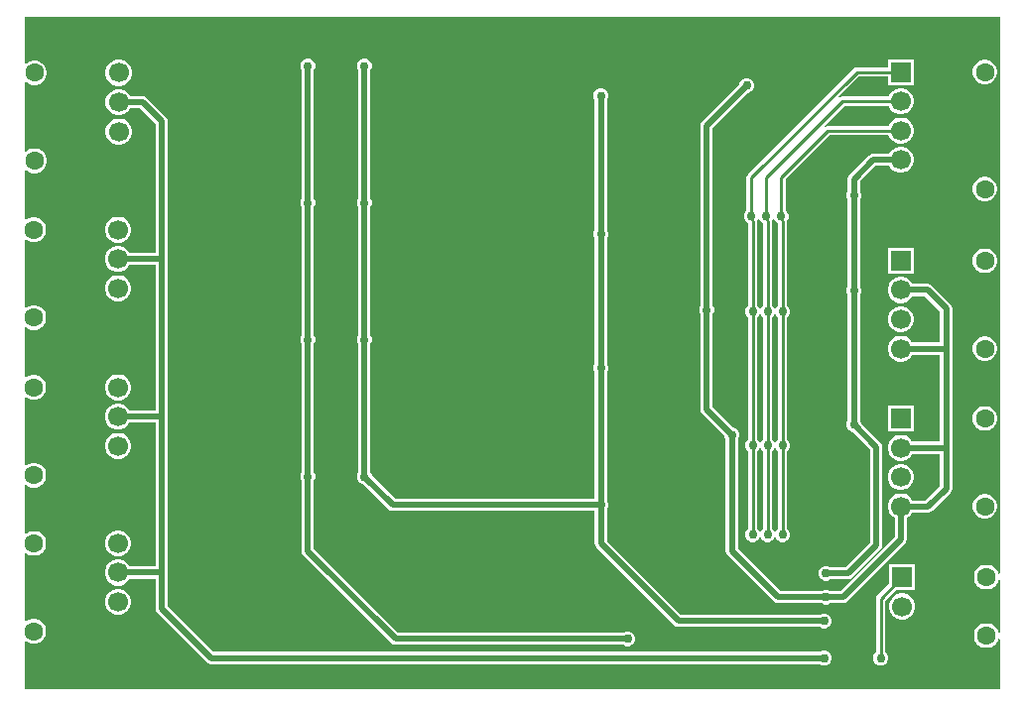
<source format=gbr>
%TF.GenerationSoftware,Altium Limited,Altium Designer,23.2.1 (34)*%
G04 Layer_Physical_Order=2*
G04 Layer_Color=16711680*
%FSLAX45Y45*%
%MOMM*%
%TF.SameCoordinates,D2495298-5ADA-4058-9D5E-391355C30085*%
%TF.FilePolarity,Positive*%
%TF.FileFunction,Copper,L2,Bot,Signal*%
%TF.Part,Single*%
G01*
G75*
%TA.AperFunction,Conductor*%
%ADD20C,0.25400*%
%ADD21C,0.50800*%
%TA.AperFunction,ComponentPad*%
%ADD22C,1.60000*%
%ADD23C,1.70000*%
%ADD24R,1.70000X1.70000*%
%TA.AperFunction,ViaPad*%
%ADD25C,0.76200*%
%ADD26C,1.27000*%
G36*
X11874500Y7832228D02*
X11861800Y7830557D01*
X11858417Y7843182D01*
X11844541Y7867216D01*
X11824917Y7886840D01*
X11800883Y7900716D01*
X11774076Y7907899D01*
X11746324D01*
X11719517Y7900716D01*
X11695483Y7886840D01*
X11675859Y7867216D01*
X11661983Y7843182D01*
X11654800Y7816375D01*
Y7788623D01*
X11661983Y7761816D01*
X11675859Y7737782D01*
X11695483Y7718158D01*
X11719517Y7704282D01*
X11746324Y7697099D01*
X11774076D01*
X11800883Y7704282D01*
X11824917Y7718158D01*
X11844541Y7737782D01*
X11858417Y7761816D01*
X11861800Y7774441D01*
X11874500Y7772770D01*
Y7332229D01*
X11861800Y7330558D01*
X11858417Y7343183D01*
X11844541Y7367217D01*
X11824917Y7386841D01*
X11800883Y7400717D01*
X11774076Y7407900D01*
X11746324D01*
X11719517Y7400717D01*
X11695483Y7386841D01*
X11675859Y7367217D01*
X11661983Y7343183D01*
X11654800Y7316376D01*
Y7288624D01*
X11661983Y7261817D01*
X11675859Y7237783D01*
X11695483Y7218159D01*
X11719517Y7204283D01*
X11746324Y7197100D01*
X11774076D01*
X11800883Y7204283D01*
X11824917Y7218159D01*
X11844541Y7237783D01*
X11858417Y7261817D01*
X11861800Y7274442D01*
X11874500Y7272771D01*
Y6845300D01*
X3556000D01*
Y7251503D01*
X3559433Y7252925D01*
X3568700Y7255556D01*
X3591517Y7242383D01*
X3618324Y7235200D01*
X3646076D01*
X3672883Y7242383D01*
X3696917Y7256259D01*
X3716541Y7275883D01*
X3730417Y7299917D01*
X3737600Y7326724D01*
Y7354476D01*
X3730417Y7381283D01*
X3716541Y7405317D01*
X3696917Y7424941D01*
X3672883Y7438817D01*
X3646076Y7446000D01*
X3618324D01*
X3591517Y7438817D01*
X3568700Y7425644D01*
X3559433Y7428275D01*
X3556000Y7429697D01*
Y8001501D01*
X3559433Y8002923D01*
X3568700Y8005555D01*
X3591517Y7992382D01*
X3618324Y7985199D01*
X3646076D01*
X3672883Y7992382D01*
X3696917Y8006258D01*
X3716541Y8025881D01*
X3730417Y8049916D01*
X3737600Y8076722D01*
Y8104475D01*
X3730417Y8131281D01*
X3716541Y8155316D01*
X3696917Y8174939D01*
X3672883Y8188815D01*
X3646076Y8195998D01*
X3618324D01*
X3591517Y8188815D01*
X3568700Y8175642D01*
X3559433Y8178274D01*
X3556000Y8179696D01*
Y8584304D01*
X3559433Y8585726D01*
X3568700Y8588358D01*
X3591517Y8575185D01*
X3618324Y8568002D01*
X3646076D01*
X3672883Y8575185D01*
X3696917Y8589061D01*
X3716541Y8608684D01*
X3730417Y8632719D01*
X3737600Y8659525D01*
Y8687278D01*
X3730417Y8714084D01*
X3716541Y8738119D01*
X3696917Y8757742D01*
X3672883Y8771618D01*
X3646076Y8778801D01*
X3618324D01*
X3591517Y8771618D01*
X3568700Y8758445D01*
X3559433Y8761077D01*
X3556000Y8762499D01*
Y9334303D01*
X3559433Y9335725D01*
X3568700Y9338356D01*
X3591517Y9325183D01*
X3618324Y9318000D01*
X3646076D01*
X3672883Y9325183D01*
X3696917Y9339059D01*
X3716541Y9358683D01*
X3730417Y9382717D01*
X3737600Y9409524D01*
Y9437276D01*
X3730417Y9464083D01*
X3716541Y9488117D01*
X3696917Y9507741D01*
X3672883Y9521617D01*
X3646076Y9528800D01*
X3618324D01*
X3591517Y9521617D01*
X3568700Y9508444D01*
X3559433Y9511075D01*
X3556000Y9512497D01*
Y9930504D01*
X3559433Y9931926D01*
X3568700Y9934558D01*
X3591517Y9921385D01*
X3618324Y9914202D01*
X3646076D01*
X3672883Y9921385D01*
X3696917Y9935261D01*
X3716541Y9954884D01*
X3730417Y9978919D01*
X3737600Y10005725D01*
Y10033478D01*
X3730417Y10060284D01*
X3716541Y10084319D01*
X3696917Y10103942D01*
X3672883Y10117818D01*
X3646076Y10125001D01*
X3618324D01*
X3591517Y10117818D01*
X3568700Y10104645D01*
X3559433Y10107277D01*
X3556000Y10108699D01*
Y10680503D01*
X3559433Y10681925D01*
X3568700Y10684556D01*
X3591517Y10671383D01*
X3618324Y10664200D01*
X3646076D01*
X3672883Y10671383D01*
X3696917Y10685259D01*
X3716541Y10704883D01*
X3730417Y10728917D01*
X3737600Y10755724D01*
Y10783476D01*
X3730417Y10810283D01*
X3716541Y10834317D01*
X3696917Y10853941D01*
X3672883Y10867817D01*
X3646076Y10875000D01*
X3618324D01*
X3591517Y10867817D01*
X3568700Y10854644D01*
X3559433Y10857275D01*
X3556000Y10858697D01*
Y11274248D01*
X3567733Y11279109D01*
X3573383Y11273459D01*
X3597417Y11259583D01*
X3624224Y11252400D01*
X3651976D01*
X3678783Y11259583D01*
X3702817Y11273459D01*
X3722441Y11293083D01*
X3736317Y11317117D01*
X3743500Y11343924D01*
Y11371676D01*
X3736317Y11398483D01*
X3722441Y11422517D01*
X3702817Y11442141D01*
X3678783Y11456017D01*
X3651976Y11463200D01*
X3624224D01*
X3597417Y11456017D01*
X3573383Y11442141D01*
X3567733Y11436491D01*
X3556000Y11441352D01*
Y12024247D01*
X3567733Y12029107D01*
X3573383Y12023458D01*
X3597417Y12009582D01*
X3624224Y12002399D01*
X3651976D01*
X3678783Y12009582D01*
X3702817Y12023458D01*
X3722441Y12043081D01*
X3736317Y12067116D01*
X3743500Y12093922D01*
Y12121675D01*
X3736317Y12148481D01*
X3722441Y12172516D01*
X3702817Y12192139D01*
X3678783Y12206015D01*
X3651976Y12213198D01*
X3624224D01*
X3597417Y12206015D01*
X3573383Y12192139D01*
X3567733Y12186490D01*
X3556000Y12191350D01*
Y12585700D01*
X11874500D01*
Y7832228D01*
D02*
G37*
%LPC*%
G36*
X11761376Y12221200D02*
X11733624D01*
X11706817Y12214017D01*
X11682783Y12200141D01*
X11663159Y12180517D01*
X11649283Y12156483D01*
X11642100Y12129676D01*
Y12101924D01*
X11649283Y12075117D01*
X11663159Y12051083D01*
X11682783Y12031459D01*
X11706817Y12017583D01*
X11733624Y12010400D01*
X11761376D01*
X11788183Y12017583D01*
X11812217Y12031459D01*
X11831841Y12051083D01*
X11845717Y12075117D01*
X11852900Y12101924D01*
Y12129676D01*
X11845717Y12156483D01*
X11831841Y12180517D01*
X11812217Y12200141D01*
X11788183Y12214017D01*
X11761376Y12221200D01*
D02*
G37*
G36*
X11139900Y12226200D02*
X10919100D01*
Y12154647D01*
X10655300D01*
X10640434Y12151689D01*
X10627831Y12143269D01*
X9726131Y11241569D01*
X9717711Y11228966D01*
X9714753Y11214100D01*
Y10934856D01*
X9699767Y10919870D01*
X9690100Y10896531D01*
Y10871269D01*
X9699767Y10847930D01*
X9717630Y10830067D01*
X9727453Y10825998D01*
Y10122056D01*
X9712467Y10107070D01*
X9702800Y10083731D01*
Y10058469D01*
X9712467Y10035130D01*
X9727453Y10020144D01*
Y8979056D01*
X9712467Y8964070D01*
X9702800Y8940731D01*
Y8915469D01*
X9712467Y8892130D01*
X9727453Y8877144D01*
Y8217056D01*
X9712467Y8202070D01*
X9702800Y8178731D01*
Y8153469D01*
X9712467Y8130130D01*
X9730330Y8112267D01*
X9753669Y8102600D01*
X9778931D01*
X9802270Y8112267D01*
X9820133Y8130130D01*
X9823450Y8138138D01*
X9836150D01*
X9839467Y8130130D01*
X9857330Y8112267D01*
X9880669Y8102600D01*
X9905931D01*
X9929270Y8112267D01*
X9947133Y8130130D01*
X9950450Y8138138D01*
X9963150D01*
X9966467Y8130130D01*
X9984330Y8112267D01*
X10007669Y8102600D01*
X10032931D01*
X10056270Y8112267D01*
X10074133Y8130130D01*
X10083800Y8153469D01*
Y8178731D01*
X10074133Y8202070D01*
X10059147Y8217056D01*
Y8877144D01*
X10074133Y8892130D01*
X10083800Y8915469D01*
Y8940731D01*
X10074133Y8964070D01*
X10059147Y8979056D01*
Y10020144D01*
X10074133Y10035130D01*
X10083800Y10058469D01*
Y10083731D01*
X10074133Y10107070D01*
X10059147Y10122056D01*
Y10843621D01*
X10058811Y10845308D01*
X10061433Y10847930D01*
X10071100Y10871269D01*
Y10896531D01*
X10061433Y10919870D01*
X10046447Y10934856D01*
Y11198009D01*
X10425391Y11576953D01*
X10925614D01*
X10926624Y11573187D01*
X10941158Y11548013D01*
X10961713Y11527458D01*
X10986887Y11512924D01*
X11014966Y11505400D01*
X11044034D01*
X11072113Y11512924D01*
X11097287Y11527458D01*
X11117842Y11548013D01*
X11132376Y11573187D01*
X11139900Y11601266D01*
Y11630334D01*
X11132376Y11658413D01*
X11117842Y11683587D01*
X11097287Y11704142D01*
X11072113Y11718676D01*
X11044034Y11726200D01*
X11014966D01*
X10986887Y11718676D01*
X10961713Y11704142D01*
X10941158Y11683587D01*
X10926624Y11658413D01*
X10925614Y11654646D01*
X10409300D01*
X10394434Y11651689D01*
X10384348Y11644950D01*
X10376252Y11654814D01*
X10548391Y11826953D01*
X10925614D01*
X10926624Y11823187D01*
X10941158Y11798013D01*
X10961713Y11777458D01*
X10986887Y11762924D01*
X11014966Y11755400D01*
X11044034D01*
X11072113Y11762924D01*
X11097287Y11777458D01*
X11117842Y11798013D01*
X11132376Y11823187D01*
X11139900Y11851266D01*
Y11880334D01*
X11132376Y11908413D01*
X11117842Y11933587D01*
X11097287Y11954142D01*
X11072113Y11968676D01*
X11044034Y11976200D01*
X11014966D01*
X10986887Y11968676D01*
X10961713Y11954142D01*
X10941158Y11933587D01*
X10926624Y11908413D01*
X10925614Y11904646D01*
X10532300D01*
X10517434Y11901689D01*
X10507348Y11894950D01*
X10499252Y11904814D01*
X10671391Y12076953D01*
X10919100D01*
Y12005400D01*
X11139900D01*
Y12226200D01*
D02*
G37*
G36*
X4370634Y12218200D02*
X4341566D01*
X4313487Y12210676D01*
X4288313Y12196142D01*
X4267758Y12175587D01*
X4253224Y12150413D01*
X4245700Y12122334D01*
Y12093266D01*
X4253224Y12065187D01*
X4267758Y12040013D01*
X4288313Y12019458D01*
X4313487Y12004924D01*
X4341566Y11997400D01*
X4370634D01*
X4398713Y12004924D01*
X4423887Y12019458D01*
X4444442Y12040013D01*
X4458976Y12065187D01*
X4466500Y12093266D01*
Y12122334D01*
X4458976Y12150413D01*
X4444442Y12175587D01*
X4423887Y12196142D01*
X4398713Y12210676D01*
X4370634Y12218200D01*
D02*
G37*
G36*
Y11718200D02*
X4341566D01*
X4313487Y11710676D01*
X4288313Y11696142D01*
X4267758Y11675587D01*
X4253224Y11650413D01*
X4245700Y11622334D01*
Y11593266D01*
X4253224Y11565187D01*
X4267758Y11540013D01*
X4288313Y11519458D01*
X4313487Y11504924D01*
X4341566Y11497400D01*
X4370634D01*
X4398713Y11504924D01*
X4423887Y11519458D01*
X4444442Y11540013D01*
X4458976Y11565187D01*
X4466500Y11593266D01*
Y11622334D01*
X4458976Y11650413D01*
X4444442Y11675587D01*
X4423887Y11696142D01*
X4398713Y11710676D01*
X4370634Y11718200D01*
D02*
G37*
G36*
X11044034Y11476200D02*
X11014966D01*
X10986887Y11468676D01*
X10961713Y11454142D01*
X10941158Y11433587D01*
X10931925Y11417595D01*
X10794300D01*
X10774479Y11413653D01*
X10757675Y11402425D01*
X10593275Y11238025D01*
X10582047Y11221221D01*
X10578105Y11201400D01*
Y11099708D01*
X10576067Y11097670D01*
X10566400Y11074331D01*
Y11049069D01*
X10576067Y11025730D01*
X10578105Y11023692D01*
Y10286908D01*
X10576067Y10284870D01*
X10566400Y10261531D01*
Y10236269D01*
X10576067Y10212930D01*
X10578105Y10210892D01*
Y9143908D01*
X10576067Y9141870D01*
X10566400Y9118531D01*
Y9093269D01*
X10576067Y9069930D01*
X10593930Y9052067D01*
X10617269Y9042400D01*
X10620150D01*
X10768605Y8893946D01*
Y8098654D01*
X10557646Y7887695D01*
X10426608D01*
X10424570Y7889733D01*
X10401231Y7899400D01*
X10375969D01*
X10352630Y7889733D01*
X10334767Y7871870D01*
X10325100Y7848531D01*
Y7823269D01*
X10334767Y7799930D01*
X10352630Y7782067D01*
X10375969Y7772400D01*
X10401231D01*
X10424570Y7782067D01*
X10426608Y7784105D01*
X10579100D01*
X10598921Y7788047D01*
X10615725Y7799275D01*
X10857025Y8040575D01*
X10868253Y8057379D01*
X10872195Y8077200D01*
Y8915400D01*
X10868253Y8935221D01*
X10857025Y8952025D01*
X10693400Y9115650D01*
Y9118531D01*
X10683733Y9141870D01*
X10681695Y9143908D01*
Y10210892D01*
X10683733Y10212930D01*
X10693400Y10236269D01*
Y10261531D01*
X10683733Y10284870D01*
X10681695Y10286908D01*
Y11023692D01*
X10683733Y11025730D01*
X10693400Y11049069D01*
Y11074331D01*
X10683733Y11097670D01*
X10681695Y11099708D01*
Y11179946D01*
X10815754Y11314005D01*
X10931925D01*
X10941158Y11298013D01*
X10961713Y11277458D01*
X10986887Y11262924D01*
X11014966Y11255400D01*
X11044034D01*
X11072113Y11262924D01*
X11097287Y11277458D01*
X11117842Y11298013D01*
X11132376Y11323187D01*
X11139900Y11351266D01*
Y11380334D01*
X11132376Y11408413D01*
X11117842Y11433587D01*
X11097287Y11454142D01*
X11072113Y11468676D01*
X11044034Y11476200D01*
D02*
G37*
G36*
X11761376Y11221202D02*
X11733624D01*
X11706817Y11214019D01*
X11682783Y11200143D01*
X11663159Y11180519D01*
X11649283Y11156485D01*
X11642100Y11129678D01*
Y11101926D01*
X11649283Y11075119D01*
X11663159Y11051085D01*
X11682783Y11031461D01*
X11706817Y11017585D01*
X11733624Y11010402D01*
X11761376D01*
X11788183Y11017585D01*
X11812217Y11031461D01*
X11831841Y11051085D01*
X11845717Y11075119D01*
X11852900Y11101926D01*
Y11129678D01*
X11845717Y11156485D01*
X11831841Y11180519D01*
X11812217Y11200143D01*
X11788183Y11214019D01*
X11761376Y11221202D01*
D02*
G37*
G36*
X4364734Y10880001D02*
X4335666D01*
X4307587Y10872478D01*
X4282413Y10857943D01*
X4261858Y10837389D01*
X4247324Y10812214D01*
X4239800Y10784136D01*
Y10755067D01*
X4247324Y10726989D01*
X4261858Y10701814D01*
X4282413Y10681260D01*
X4307587Y10666725D01*
X4335666Y10659202D01*
X4364734D01*
X4392813Y10666725D01*
X4417987Y10681260D01*
X4438542Y10701814D01*
X4453076Y10726989D01*
X4460600Y10755067D01*
Y10784136D01*
X4453076Y10812214D01*
X4438542Y10837389D01*
X4417987Y10857943D01*
X4392813Y10872478D01*
X4364734Y10880001D01*
D02*
G37*
G36*
X4370634Y11968200D02*
X4341566D01*
X4313487Y11960676D01*
X4288313Y11946142D01*
X4267758Y11925587D01*
X4253224Y11900413D01*
X4245700Y11872334D01*
Y11843266D01*
X4253224Y11815187D01*
X4267758Y11790013D01*
X4288313Y11769458D01*
X4313487Y11754924D01*
X4341566Y11747400D01*
X4370634D01*
X4398713Y11754924D01*
X4423887Y11769458D01*
X4444442Y11790013D01*
X4453675Y11806005D01*
X4541846D01*
X4672605Y11675246D01*
Y10571397D01*
X4447775D01*
X4438542Y10587389D01*
X4417987Y10607943D01*
X4392813Y10622478D01*
X4364734Y10630001D01*
X4335666D01*
X4307587Y10622478D01*
X4282413Y10607943D01*
X4261858Y10587389D01*
X4247324Y10562214D01*
X4239800Y10534136D01*
Y10505067D01*
X4247324Y10476989D01*
X4261858Y10451814D01*
X4282413Y10431260D01*
X4307587Y10416725D01*
X4335666Y10409202D01*
X4364734D01*
X4392813Y10416725D01*
X4417987Y10431260D01*
X4438542Y10451814D01*
X4447775Y10467806D01*
X4672605D01*
Y9225197D01*
X4447775D01*
X4438542Y9241189D01*
X4417987Y9261743D01*
X4392813Y9276278D01*
X4364734Y9283801D01*
X4335666D01*
X4307587Y9276278D01*
X4282413Y9261743D01*
X4261858Y9241189D01*
X4247324Y9216014D01*
X4239800Y9187936D01*
Y9158867D01*
X4247324Y9130789D01*
X4261858Y9105614D01*
X4282413Y9085060D01*
X4307587Y9070525D01*
X4335666Y9063002D01*
X4364734D01*
X4392813Y9070525D01*
X4417987Y9085060D01*
X4438542Y9105614D01*
X4447775Y9121606D01*
X4672605D01*
Y7892395D01*
X4447775D01*
X4438542Y7908387D01*
X4417987Y7928942D01*
X4392813Y7943476D01*
X4364734Y7951000D01*
X4335666D01*
X4307587Y7943476D01*
X4282413Y7928942D01*
X4261858Y7908387D01*
X4247324Y7883213D01*
X4239800Y7855134D01*
Y7826066D01*
X4247324Y7797987D01*
X4261858Y7772813D01*
X4282413Y7752258D01*
X4307587Y7737724D01*
X4335666Y7730200D01*
X4364734D01*
X4392813Y7737724D01*
X4417987Y7752258D01*
X4438542Y7772813D01*
X4447775Y7788805D01*
X4672605D01*
Y7531100D01*
X4676547Y7511279D01*
X4687775Y7494475D01*
X5106875Y7075375D01*
X5123679Y7064147D01*
X5143500Y7060205D01*
X10337892D01*
X10339930Y7058167D01*
X10363269Y7048500D01*
X10388531D01*
X10411870Y7058167D01*
X10429733Y7076030D01*
X10439400Y7099369D01*
Y7124631D01*
X10429733Y7147970D01*
X10411870Y7165833D01*
X10388531Y7175500D01*
X10363269D01*
X10339930Y7165833D01*
X10337892Y7163795D01*
X5164954D01*
X4776195Y7552554D01*
Y7835899D01*
X4776195Y7835900D01*
X4776195Y7835901D01*
Y9169399D01*
X4776195Y9169400D01*
X4776195Y9169401D01*
Y10515599D01*
X4776195Y10515600D01*
X4776195Y10515601D01*
Y11696700D01*
X4772253Y11716521D01*
X4761025Y11733325D01*
X4599925Y11894425D01*
X4583121Y11905653D01*
X4563300Y11909595D01*
X4453675D01*
X4444442Y11925587D01*
X4423887Y11946142D01*
X4398713Y11960676D01*
X4370634Y11968200D01*
D02*
G37*
G36*
X11761376Y10608998D02*
X11733624D01*
X11706817Y10601815D01*
X11682783Y10587939D01*
X11663159Y10568316D01*
X11649283Y10544281D01*
X11642100Y10517475D01*
Y10489722D01*
X11649283Y10462916D01*
X11663159Y10438881D01*
X11682783Y10419258D01*
X11706817Y10405382D01*
X11733624Y10398199D01*
X11761376D01*
X11788183Y10405382D01*
X11812217Y10419258D01*
X11831841Y10438881D01*
X11845717Y10462916D01*
X11852900Y10489722D01*
Y10517475D01*
X11845717Y10544281D01*
X11831841Y10568316D01*
X11812217Y10587939D01*
X11788183Y10601815D01*
X11761376Y10608998D01*
D02*
G37*
G36*
X11139900Y10613998D02*
X10919100D01*
Y10393199D01*
X11139900D01*
Y10613998D01*
D02*
G37*
G36*
X4364734Y10380001D02*
X4335666D01*
X4307587Y10372478D01*
X4282413Y10357943D01*
X4261858Y10337389D01*
X4247324Y10312214D01*
X4239800Y10284136D01*
Y10255067D01*
X4247324Y10226989D01*
X4261858Y10201814D01*
X4282413Y10181260D01*
X4307587Y10166725D01*
X4335666Y10159202D01*
X4364734D01*
X4392813Y10166725D01*
X4417987Y10181260D01*
X4438542Y10201814D01*
X4453076Y10226989D01*
X4460600Y10255067D01*
Y10284136D01*
X4453076Y10312214D01*
X4438542Y10337389D01*
X4417987Y10357943D01*
X4392813Y10372478D01*
X4364734Y10380001D01*
D02*
G37*
G36*
X11044034Y10113998D02*
X11014966D01*
X10986887Y10106475D01*
X10961713Y10091940D01*
X10941158Y10071386D01*
X10926624Y10046211D01*
X10919100Y10018133D01*
Y9989064D01*
X10926624Y9960986D01*
X10941158Y9935811D01*
X10961713Y9915257D01*
X10986887Y9900722D01*
X11014966Y9893199D01*
X11044034D01*
X11072113Y9900722D01*
X11097287Y9915257D01*
X11117842Y9935811D01*
X11132376Y9960986D01*
X11139900Y9989064D01*
Y10018133D01*
X11132376Y10046211D01*
X11117842Y10071386D01*
X11097287Y10091940D01*
X11072113Y10106475D01*
X11044034Y10113998D01*
D02*
G37*
G36*
X11761376Y9859000D02*
X11733624D01*
X11706817Y9851817D01*
X11682783Y9837941D01*
X11663159Y9818317D01*
X11649283Y9794283D01*
X11642100Y9767476D01*
Y9739724D01*
X11649283Y9712917D01*
X11663159Y9688883D01*
X11682783Y9669259D01*
X11706817Y9655383D01*
X11733624Y9648200D01*
X11761376D01*
X11788183Y9655383D01*
X11812217Y9669259D01*
X11831841Y9688883D01*
X11845717Y9712917D01*
X11852900Y9739724D01*
Y9767476D01*
X11845717Y9794283D01*
X11831841Y9818317D01*
X11812217Y9837941D01*
X11788183Y9851817D01*
X11761376Y9859000D01*
D02*
G37*
G36*
X4364734Y9533801D02*
X4335666D01*
X4307587Y9526278D01*
X4282413Y9511743D01*
X4261858Y9491189D01*
X4247324Y9466014D01*
X4239800Y9437936D01*
Y9408867D01*
X4247324Y9380789D01*
X4261858Y9355614D01*
X4282413Y9335060D01*
X4307587Y9320525D01*
X4335666Y9313002D01*
X4364734D01*
X4392813Y9320525D01*
X4417987Y9335060D01*
X4438542Y9355614D01*
X4453076Y9380789D01*
X4460600Y9408867D01*
Y9437936D01*
X4453076Y9466014D01*
X4438542Y9491189D01*
X4417987Y9511743D01*
X4392813Y9526278D01*
X4364734Y9533801D01*
D02*
G37*
G36*
X11761376Y9262100D02*
X11733624D01*
X11706817Y9254917D01*
X11682783Y9241041D01*
X11663159Y9221417D01*
X11649283Y9197383D01*
X11642100Y9170576D01*
Y9142824D01*
X11649283Y9116017D01*
X11663159Y9091983D01*
X11682783Y9072359D01*
X11706817Y9058483D01*
X11733624Y9051300D01*
X11761376D01*
X11788183Y9058483D01*
X11812217Y9072359D01*
X11831841Y9091983D01*
X11845717Y9116017D01*
X11852900Y9142824D01*
Y9170576D01*
X11845717Y9197383D01*
X11831841Y9221417D01*
X11812217Y9241041D01*
X11788183Y9254917D01*
X11761376Y9262100D01*
D02*
G37*
G36*
X11139900Y9267100D02*
X10919100D01*
Y9046300D01*
X11139900D01*
Y9267100D01*
D02*
G37*
G36*
X4364734Y9033801D02*
X4335666D01*
X4307587Y9026278D01*
X4282413Y9011743D01*
X4261858Y8991189D01*
X4247324Y8966014D01*
X4239800Y8937936D01*
Y8908867D01*
X4247324Y8880789D01*
X4261858Y8855614D01*
X4282413Y8835060D01*
X4307587Y8820525D01*
X4335666Y8813002D01*
X4364734D01*
X4392813Y8820525D01*
X4417987Y8835060D01*
X4438542Y8855614D01*
X4453076Y8880789D01*
X4460600Y8908867D01*
Y8937936D01*
X4453076Y8966014D01*
X4438542Y8991189D01*
X4417987Y9011743D01*
X4392813Y9026278D01*
X4364734Y9033801D01*
D02*
G37*
G36*
X11044034Y8767100D02*
X11014966D01*
X10986887Y8759576D01*
X10961713Y8745042D01*
X10941158Y8724487D01*
X10926624Y8699313D01*
X10919100Y8671234D01*
Y8642166D01*
X10926624Y8614087D01*
X10941158Y8588913D01*
X10961713Y8568358D01*
X10986887Y8553824D01*
X11014966Y8546300D01*
X11044034D01*
X11072113Y8553824D01*
X11097287Y8568358D01*
X11117842Y8588913D01*
X11132376Y8614087D01*
X11139900Y8642166D01*
Y8671234D01*
X11132376Y8699313D01*
X11117842Y8724487D01*
X11097287Y8745042D01*
X11072113Y8759576D01*
X11044034Y8767100D01*
D02*
G37*
G36*
X11761376Y8512101D02*
X11733624D01*
X11706817Y8504918D01*
X11682783Y8491042D01*
X11663159Y8471419D01*
X11649283Y8447384D01*
X11642100Y8420578D01*
Y8392825D01*
X11649283Y8366019D01*
X11663159Y8341984D01*
X11682783Y8322361D01*
X11706817Y8308485D01*
X11733624Y8301302D01*
X11761376D01*
X11788183Y8308485D01*
X11812217Y8322361D01*
X11831841Y8341984D01*
X11845717Y8366019D01*
X11852900Y8392825D01*
Y8420578D01*
X11845717Y8447384D01*
X11831841Y8471419D01*
X11812217Y8491042D01*
X11788183Y8504918D01*
X11761376Y8512101D01*
D02*
G37*
G36*
X4364734Y8201000D02*
X4335666D01*
X4307587Y8193476D01*
X4282413Y8178942D01*
X4261858Y8158387D01*
X4247324Y8133213D01*
X4239800Y8105134D01*
Y8076066D01*
X4247324Y8047987D01*
X4261858Y8022813D01*
X4282413Y8002258D01*
X4307587Y7987724D01*
X4335666Y7980200D01*
X4364734D01*
X4392813Y7987724D01*
X4417987Y8002258D01*
X4438542Y8022813D01*
X4453076Y8047987D01*
X4460600Y8076066D01*
Y8105134D01*
X4453076Y8133213D01*
X4438542Y8158387D01*
X4417987Y8178942D01*
X4392813Y8193476D01*
X4364734Y8201000D01*
D02*
G37*
G36*
X9728131Y12065000D02*
X9702869D01*
X9679530Y12055333D01*
X9661667Y12037470D01*
X9652000Y12014131D01*
Y12011250D01*
X9335975Y11695225D01*
X9324747Y11678421D01*
X9320805Y11658600D01*
Y10121808D01*
X9318767Y10119770D01*
X9309100Y10096431D01*
Y10071169D01*
X9318767Y10047830D01*
X9320805Y10045792D01*
Y9232900D01*
X9324747Y9213079D01*
X9335975Y9196275D01*
X9525000Y9007251D01*
Y9004369D01*
X9534667Y8981030D01*
X9536705Y8978992D01*
Y8026400D01*
X9540647Y8006579D01*
X9551875Y7989775D01*
X9945575Y7596075D01*
X9962379Y7584847D01*
X9982200Y7580905D01*
X10350592D01*
X10352630Y7578867D01*
X10375969Y7569200D01*
X10401231D01*
X10424570Y7578867D01*
X10426608Y7580905D01*
X10541000D01*
X10560821Y7584847D01*
X10577625Y7596075D01*
X11066125Y8084575D01*
X11077352Y8101379D01*
X11081295Y8121200D01*
Y8309125D01*
X11097287Y8318358D01*
X11117842Y8338913D01*
X11127075Y8354905D01*
X11264200D01*
X11284021Y8358847D01*
X11300825Y8370075D01*
X11453925Y8523175D01*
X11465153Y8539979D01*
X11469095Y8559800D01*
Y8902700D01*
Y9753600D01*
Y10096500D01*
X11465153Y10116321D01*
X11453925Y10133125D01*
X11296826Y10290223D01*
X11280023Y10301451D01*
X11260202Y10305394D01*
X11127075D01*
X11117842Y10321386D01*
X11097287Y10341940D01*
X11072113Y10356475D01*
X11044034Y10363998D01*
X11014966D01*
X10986887Y10356475D01*
X10961713Y10341940D01*
X10941158Y10321386D01*
X10926624Y10296211D01*
X10919100Y10268133D01*
Y10239064D01*
X10926624Y10210986D01*
X10941158Y10185811D01*
X10961713Y10165257D01*
X10986887Y10150722D01*
X11014966Y10143199D01*
X11044034D01*
X11072113Y10150722D01*
X11097287Y10165257D01*
X11117842Y10185811D01*
X11127075Y10201803D01*
X11238747D01*
X11365505Y10075046D01*
Y9805394D01*
X11127075D01*
X11117842Y9821386D01*
X11097287Y9841940D01*
X11072113Y9856475D01*
X11044034Y9863998D01*
X11014966D01*
X10986887Y9856475D01*
X10961713Y9841940D01*
X10941158Y9821386D01*
X10926624Y9796211D01*
X10919100Y9768133D01*
Y9739064D01*
X10926624Y9710986D01*
X10941158Y9685811D01*
X10961713Y9665257D01*
X10986887Y9650722D01*
X11014966Y9643199D01*
X11044034D01*
X11072113Y9650722D01*
X11097287Y9665257D01*
X11117842Y9685811D01*
X11127075Y9701803D01*
X11365505D01*
Y8958495D01*
X11127075D01*
X11117842Y8974487D01*
X11097287Y8995042D01*
X11072113Y9009576D01*
X11044034Y9017100D01*
X11014966D01*
X10986887Y9009576D01*
X10961713Y8995042D01*
X10941158Y8974487D01*
X10926624Y8949313D01*
X10919100Y8921234D01*
Y8892166D01*
X10926624Y8864087D01*
X10941158Y8838913D01*
X10961713Y8818358D01*
X10986887Y8803824D01*
X11014966Y8796300D01*
X11044034D01*
X11072113Y8803824D01*
X11097287Y8818358D01*
X11117842Y8838913D01*
X11127075Y8854905D01*
X11365505D01*
Y8581254D01*
X11242746Y8458495D01*
X11127075D01*
X11117842Y8474487D01*
X11097287Y8495042D01*
X11072113Y8509576D01*
X11044034Y8517100D01*
X11014966D01*
X10986887Y8509576D01*
X10961713Y8495042D01*
X10941158Y8474487D01*
X10926624Y8449313D01*
X10919100Y8421234D01*
Y8392166D01*
X10926624Y8364087D01*
X10941158Y8338913D01*
X10961713Y8318358D01*
X10977705Y8309125D01*
Y8142654D01*
X10519546Y7684495D01*
X10426608D01*
X10424570Y7686533D01*
X10401231Y7696200D01*
X10375969D01*
X10352630Y7686533D01*
X10350592Y7684495D01*
X10003654D01*
X9640295Y8047854D01*
Y8978992D01*
X9642333Y8981030D01*
X9652000Y9004369D01*
Y9029631D01*
X9642333Y9052970D01*
X9624470Y9070833D01*
X9601131Y9080500D01*
X9598249D01*
X9424395Y9254354D01*
Y10045792D01*
X9426433Y10047830D01*
X9436100Y10071169D01*
Y10096431D01*
X9426433Y10119770D01*
X9424395Y10121808D01*
Y11637146D01*
X9725250Y11938000D01*
X9728131D01*
X9751470Y11947667D01*
X9769333Y11965530D01*
X9779000Y11988869D01*
Y12014131D01*
X9769333Y12037470D01*
X9751470Y12055333D01*
X9728131Y12065000D01*
D02*
G37*
G36*
X4364734Y7701000D02*
X4335666D01*
X4307587Y7693476D01*
X4282413Y7678942D01*
X4261858Y7658387D01*
X4247324Y7633213D01*
X4239800Y7605134D01*
Y7576066D01*
X4247324Y7547987D01*
X4261858Y7522813D01*
X4282413Y7502258D01*
X4307587Y7487724D01*
X4335666Y7480200D01*
X4364734D01*
X4392813Y7487724D01*
X4417987Y7502258D01*
X4438542Y7522813D01*
X4453076Y7547987D01*
X4460600Y7576066D01*
Y7605134D01*
X4453076Y7633213D01*
X4438542Y7658387D01*
X4417987Y7678942D01*
X4392813Y7693476D01*
X4364734Y7701000D01*
D02*
G37*
G36*
X11056734Y7662899D02*
X11027666D01*
X10999587Y7655375D01*
X10974413Y7640841D01*
X10953858Y7620286D01*
X10939324Y7595112D01*
X10931800Y7567033D01*
Y7537965D01*
X10939324Y7509886D01*
X10953858Y7484712D01*
X10974413Y7464157D01*
X10999587Y7449623D01*
X11027666Y7442099D01*
X11056734D01*
X11084813Y7449623D01*
X11109987Y7464157D01*
X11130542Y7484712D01*
X11145076Y7509886D01*
X11152600Y7537965D01*
Y7567033D01*
X11145076Y7595112D01*
X11130542Y7620286D01*
X11109987Y7640841D01*
X11084813Y7655375D01*
X11056734Y7662899D01*
D02*
G37*
G36*
X6464231Y12230100D02*
X6438969D01*
X6415630Y12220433D01*
X6397767Y12202570D01*
X6388100Y12179231D01*
Y12153969D01*
X6397767Y12130630D01*
X6399805Y12128592D01*
Y11036208D01*
X6397767Y11034170D01*
X6388100Y11010831D01*
Y10985569D01*
X6397767Y10962230D01*
X6399805Y10960192D01*
Y9867808D01*
X6397767Y9865770D01*
X6388100Y9842431D01*
Y9817169D01*
X6397767Y9793830D01*
X6399805Y9791792D01*
Y8699408D01*
X6397767Y8697370D01*
X6388100Y8674031D01*
Y8648769D01*
X6397767Y8625430D01*
X6415630Y8607567D01*
X6438969Y8597900D01*
X6441850D01*
X6656275Y8383475D01*
X6673079Y8372247D01*
X6692900Y8368305D01*
X8419105D01*
Y8089900D01*
X8423047Y8070079D01*
X8434275Y8053275D01*
X9094675Y7392875D01*
X9111479Y7381647D01*
X9131300Y7377705D01*
X10337892D01*
X10339930Y7375667D01*
X10363269Y7366000D01*
X10388531D01*
X10411870Y7375667D01*
X10429733Y7393530D01*
X10439400Y7416869D01*
Y7442131D01*
X10429733Y7465470D01*
X10411870Y7483333D01*
X10388531Y7493000D01*
X10363269D01*
X10339930Y7483333D01*
X10337892Y7481295D01*
X9152754D01*
X8522695Y8111354D01*
Y8382092D01*
X8524733Y8384130D01*
X8534400Y8407469D01*
Y8432731D01*
X8524733Y8456070D01*
X8522695Y8458108D01*
Y9550492D01*
X8524733Y9552530D01*
X8534400Y9575869D01*
Y9601131D01*
X8524733Y9624470D01*
X8522695Y9626508D01*
Y10693492D01*
X8524733Y10695530D01*
X8534400Y10718869D01*
Y10744131D01*
X8524733Y10767470D01*
X8522695Y10769508D01*
Y11874592D01*
X8524733Y11876630D01*
X8534400Y11899969D01*
Y11925231D01*
X8524733Y11948570D01*
X8506870Y11966433D01*
X8483531Y11976100D01*
X8458269D01*
X8434930Y11966433D01*
X8417067Y11948570D01*
X8407400Y11925231D01*
Y11899969D01*
X8417067Y11876630D01*
X8419105Y11874592D01*
Y10769508D01*
X8417067Y10767470D01*
X8407400Y10744131D01*
Y10718869D01*
X8417067Y10695530D01*
X8419105Y10693492D01*
Y9626508D01*
X8417067Y9624470D01*
X8407400Y9601131D01*
Y9575869D01*
X8417067Y9552530D01*
X8419105Y9550492D01*
Y8471895D01*
X6714354D01*
X6515100Y8671150D01*
Y8674031D01*
X6505433Y8697370D01*
X6503395Y8699408D01*
Y9791792D01*
X6505433Y9793830D01*
X6515100Y9817169D01*
Y9842431D01*
X6505433Y9865770D01*
X6503395Y9867808D01*
Y10960192D01*
X6505433Y10962230D01*
X6515100Y10985569D01*
Y11010831D01*
X6505433Y11034170D01*
X6503395Y11036208D01*
Y12128592D01*
X6505433Y12130630D01*
X6515100Y12153969D01*
Y12179231D01*
X6505433Y12202570D01*
X6487570Y12220433D01*
X6464231Y12230100D01*
D02*
G37*
G36*
X5981631D02*
X5956369D01*
X5933030Y12220433D01*
X5915167Y12202570D01*
X5905500Y12179231D01*
Y12153969D01*
X5915167Y12130630D01*
X5917205Y12128592D01*
Y11036208D01*
X5915167Y11034170D01*
X5905500Y11010831D01*
Y10985569D01*
X5915167Y10962230D01*
X5917205Y10960192D01*
Y9867808D01*
X5915167Y9865770D01*
X5905500Y9842431D01*
Y9817169D01*
X5915167Y9793830D01*
X5917205Y9791792D01*
Y8699408D01*
X5915167Y8697370D01*
X5905500Y8674031D01*
Y8648769D01*
X5915167Y8625430D01*
X5917205Y8623392D01*
Y8026400D01*
X5921147Y8006579D01*
X5932375Y7989775D01*
X6681675Y7240475D01*
X6698479Y7229247D01*
X6718300Y7225305D01*
X8661492D01*
X8663530Y7223267D01*
X8686869Y7213600D01*
X8712131D01*
X8735470Y7223267D01*
X8753333Y7241130D01*
X8763000Y7264469D01*
Y7289731D01*
X8753333Y7313070D01*
X8735470Y7330933D01*
X8712131Y7340600D01*
X8686869D01*
X8663530Y7330933D01*
X8661492Y7328895D01*
X6739754D01*
X6020795Y8047854D01*
Y8623392D01*
X6022833Y8625430D01*
X6032500Y8648769D01*
Y8674031D01*
X6022833Y8697370D01*
X6020795Y8699408D01*
Y9791792D01*
X6022833Y9793830D01*
X6032500Y9817169D01*
Y9842431D01*
X6022833Y9865770D01*
X6020795Y9867808D01*
Y10960192D01*
X6022833Y10962230D01*
X6032500Y10985569D01*
Y11010831D01*
X6022833Y11034170D01*
X6020795Y11036208D01*
Y12128592D01*
X6022833Y12130630D01*
X6032500Y12153969D01*
Y12179231D01*
X6022833Y12202570D01*
X6004970Y12220433D01*
X5981631Y12230100D01*
D02*
G37*
G36*
X11152600Y7912899D02*
X10931800D01*
Y7747036D01*
X10831031Y7646268D01*
X10822611Y7633665D01*
X10819653Y7618799D01*
Y7162956D01*
X10804667Y7147970D01*
X10795000Y7124631D01*
Y7099369D01*
X10804667Y7076030D01*
X10822530Y7058167D01*
X10845869Y7048500D01*
X10871131D01*
X10894470Y7058167D01*
X10912333Y7076030D01*
X10922000Y7099369D01*
Y7124631D01*
X10912333Y7147970D01*
X10897347Y7162956D01*
Y7602708D01*
X10986737Y7692099D01*
X11152600D01*
Y7912899D01*
D02*
G37*
%LPD*%
G36*
X9953767Y10847930D02*
X9971630Y10830067D01*
X9981453Y10825998D01*
Y10122056D01*
X9966467Y10107070D01*
X9963150Y10099062D01*
X9950450D01*
X9947133Y10107070D01*
X9932147Y10122056D01*
Y10843621D01*
X9931811Y10845308D01*
X9934433Y10847930D01*
X9937750Y10855938D01*
X9950450D01*
X9953767Y10847930D01*
D02*
G37*
G36*
X9826767D02*
X9844630Y10830067D01*
X9854453Y10825998D01*
Y10122056D01*
X9839467Y10107070D01*
X9836150Y10099062D01*
X9823450D01*
X9820133Y10107070D01*
X9805147Y10122056D01*
Y10843621D01*
X9804811Y10845308D01*
X9807433Y10847930D01*
X9810750Y10855938D01*
X9823450D01*
X9826767Y10847930D01*
D02*
G37*
G36*
X9966467Y10035130D02*
X9981453Y10020144D01*
Y8979056D01*
X9966467Y8964070D01*
X9963150Y8956062D01*
X9950450D01*
X9947133Y8964070D01*
X9932147Y8979056D01*
Y10020144D01*
X9947133Y10035130D01*
X9950450Y10043138D01*
X9963150D01*
X9966467Y10035130D01*
D02*
G37*
G36*
X9839467D02*
X9854453Y10020144D01*
Y8979056D01*
X9839467Y8964070D01*
X9836150Y8956062D01*
X9823450D01*
X9820133Y8964070D01*
X9805147Y8979056D01*
Y10020144D01*
X9820133Y10035130D01*
X9823450Y10043138D01*
X9836150D01*
X9839467Y10035130D01*
D02*
G37*
G36*
X9966467Y8892130D02*
X9981453Y8877144D01*
Y8217056D01*
X9966467Y8202070D01*
X9963150Y8194062D01*
X9950450D01*
X9947133Y8202070D01*
X9932147Y8217056D01*
Y8877144D01*
X9947133Y8892130D01*
X9950450Y8900138D01*
X9963150D01*
X9966467Y8892130D01*
D02*
G37*
G36*
X9839467D02*
X9854453Y8877144D01*
Y8217056D01*
X9839467Y8202070D01*
X9836150Y8194062D01*
X9823450D01*
X9820133Y8202070D01*
X9805147Y8217056D01*
Y8877144D01*
X9820133Y8892130D01*
X9823450Y8900138D01*
X9836150D01*
X9839467Y8892130D01*
D02*
G37*
D20*
X10409300Y11615800D02*
X11029500D01*
X10007600Y11214100D02*
X10409300Y11615800D01*
X10007600Y10883900D02*
Y11214100D01*
X10532300Y11865800D02*
X11029500D01*
X9880600Y11214100D02*
X10532300Y11865800D01*
X9880600Y10883900D02*
Y11214100D01*
X10858500Y7112000D02*
Y7618799D01*
X11042200Y7802499D01*
X10020300Y8928100D02*
Y10071100D01*
X10007600Y10883900D02*
X10017320Y10874180D01*
Y10846601D02*
X10020300Y10843621D01*
Y10071100D02*
Y10843621D01*
X10017320Y10846601D02*
Y10874180D01*
X9753600Y11214100D02*
X10655300Y12115800D01*
X11029500D01*
X9753600Y10883900D02*
Y11214100D01*
X9890320Y10846601D02*
X9893300Y10843621D01*
X9890320Y10846601D02*
Y10874180D01*
X9880600Y10883900D02*
X9890320Y10874180D01*
X9893300Y8928100D02*
Y10843621D01*
X9766300Y8928100D02*
Y10843621D01*
X9763320Y10846601D02*
Y10874180D01*
X9753600Y10883900D02*
X9763320Y10874180D01*
Y10846601D02*
X9766300Y10843621D01*
X10020300Y8166100D02*
Y8928100D01*
X9893300Y8166100D02*
Y8928100D01*
X9766300Y8166100D02*
Y8928100D01*
D21*
X10541000Y7632700D02*
X11029500Y8121200D01*
X10388600Y7632700D02*
X10541000D01*
X11029500Y8121200D02*
Y8406700D01*
X5969000Y8661400D02*
Y9829800D01*
X6451600D02*
Y10998200D01*
X4724400Y9169400D02*
Y10515600D01*
X6451600Y8661400D02*
Y9829800D01*
Y10998200D02*
Y12166600D01*
X11417300Y8902700D02*
Y9753600D01*
Y8559800D02*
Y8902700D01*
X11029500Y8906700D02*
X11413300D01*
X11417300Y8902700D01*
Y9753600D02*
Y10096500D01*
X11029500Y9753598D02*
X11417298D01*
X11417300Y9753600D01*
X11029500Y10253598D02*
X11260202D01*
X11417300Y10096500D01*
X11264200Y8406700D02*
X11417300Y8559800D01*
X11029500Y8406700D02*
X11264200D01*
X10629900Y10248900D02*
Y11061700D01*
Y11201400D02*
X10794300Y11365800D01*
X11029500D01*
X10629900Y11061700D02*
Y11201400D01*
X9982200Y7632700D02*
X10388600D01*
X10820400Y8077200D02*
Y8915400D01*
X10388600Y7835900D02*
X10579100D01*
X10820400Y8077200D01*
X4724400Y10515600D02*
Y11696700D01*
X4350200Y10519602D02*
X4720398D01*
X4724400Y10515600D01*
Y7835900D02*
Y9169400D01*
X4350200Y9173402D02*
X4720398D01*
X4724400Y9169400D01*
Y7531100D02*
Y7835900D01*
X4350200Y7840600D02*
X4719700D01*
X4724400Y7835900D01*
Y7531100D02*
X5143500Y7112000D01*
X10375900D01*
X4356100Y11857800D02*
X4563300D01*
X4724400Y11696700D01*
X8470900Y8089900D02*
Y8420100D01*
X6692900D02*
X8470900D01*
X6451600Y8661400D02*
X6692900Y8420100D01*
X9372600Y9232900D02*
X9588500Y9017000D01*
X5969000Y8026400D02*
Y8661400D01*
X6718300Y7277100D02*
X8699500D01*
X5969000Y8026400D02*
X6718300Y7277100D01*
X9588500Y8026400D02*
X9982200Y7632700D01*
X9588500Y8026400D02*
Y9017000D01*
X9372600Y9232900D02*
Y11658600D01*
X9715500Y12001500D01*
X5969000Y9829800D02*
Y10998200D01*
Y12166600D01*
X10629900Y9105900D02*
X10820400Y8915400D01*
X10629900Y9105900D02*
Y10248900D01*
X8470900Y10731500D02*
Y11912600D01*
Y9588500D02*
Y10731500D01*
Y8420100D02*
Y9588500D01*
Y8089900D02*
X9131300Y7429500D01*
X10375900D01*
D22*
X11747500Y11115802D02*
D03*
Y12115800D02*
D03*
X3632200Y10019601D02*
D03*
Y10769600D02*
D03*
Y7340600D02*
D03*
Y8090599D02*
D03*
Y9423400D02*
D03*
Y8673401D02*
D03*
X11747500Y9753600D02*
D03*
Y10503598D02*
D03*
X3638100Y12107798D02*
D03*
Y11357800D02*
D03*
X11747500Y8406701D02*
D03*
Y9156700D02*
D03*
X11760200Y7302500D02*
D03*
Y7802499D02*
D03*
D23*
X11029500Y11115800D02*
D03*
Y11365800D02*
D03*
Y11615800D02*
D03*
Y11865800D02*
D03*
X4350200Y10269602D02*
D03*
Y10519602D02*
D03*
Y10769602D02*
D03*
Y7590600D02*
D03*
Y7840600D02*
D03*
Y8090600D02*
D03*
Y9423402D02*
D03*
Y9173402D02*
D03*
Y8923402D02*
D03*
X11029500Y9753598D02*
D03*
Y10003598D02*
D03*
Y10253598D02*
D03*
X4356100Y12107800D02*
D03*
Y11857800D02*
D03*
Y11607800D02*
D03*
X11029500Y8406700D02*
D03*
Y8656700D02*
D03*
Y8906700D02*
D03*
X11042200Y7302499D02*
D03*
Y7552499D02*
D03*
D24*
X11029500Y12115800D02*
D03*
X4350200Y10019601D02*
D03*
Y7340600D02*
D03*
Y8673401D02*
D03*
X11029500Y10503598D02*
D03*
X4356100Y11357800D02*
D03*
X11029500Y9156700D02*
D03*
X11042200Y7802499D02*
D03*
D25*
X8293100Y8267700D02*
D03*
X9372600Y7581900D02*
D03*
X6451600Y9829800D02*
D03*
X5969000D02*
D03*
X10629900Y11061700D02*
D03*
X10198100Y12230100D02*
D03*
X10858500Y7112000D02*
D03*
X7010400Y12077700D02*
D03*
X8166100Y9588500D02*
D03*
Y11925300D02*
D03*
X8178800Y10731500D02*
D03*
X9118600Y9779000D02*
D03*
X10401300Y10680700D02*
D03*
X7950200Y11366500D02*
D03*
X7962900Y7874000D02*
D03*
X7937500Y9029700D02*
D03*
X7950200Y10198100D02*
D03*
X6794500Y10096500D02*
D03*
Y11252200D02*
D03*
Y8928100D02*
D03*
X10401300Y8775700D02*
D03*
X9601200Y11341100D02*
D03*
X10401300Y9906000D02*
D03*
X9588500Y9017000D02*
D03*
X10541000Y8077200D02*
D03*
X10858500Y6959600D02*
D03*
X8699500Y7277100D02*
D03*
X10388600Y7632700D02*
D03*
X9715500Y12001500D02*
D03*
X9372600Y10083800D02*
D03*
X9601200Y10515600D02*
D03*
X5969000Y12166600D02*
D03*
Y10998200D02*
D03*
Y8661400D02*
D03*
X9372600Y8851900D02*
D03*
X10629900Y9105900D02*
D03*
Y10248900D02*
D03*
X6451600Y12166600D02*
D03*
Y10998200D02*
D03*
Y8661400D02*
D03*
X8470900Y11912600D02*
D03*
Y10731500D02*
D03*
Y9588500D02*
D03*
Y8420100D02*
D03*
X10375900Y7429500D02*
D03*
X10388600Y7835900D02*
D03*
X9753600Y10883900D02*
D03*
X10007600D02*
D03*
X9880600D02*
D03*
X9893300Y10071100D02*
D03*
X10020300D02*
D03*
X9766300D02*
D03*
X10020300Y8166100D02*
D03*
X9766300Y8928100D02*
D03*
X10020300D02*
D03*
X9893300D02*
D03*
Y8166100D02*
D03*
X9766300D02*
D03*
X10375900Y7112000D02*
D03*
D26*
X7048500Y7772400D02*
D03*
%TF.MD5,410be09d9217479946080e8c278e8225*%
M02*

</source>
